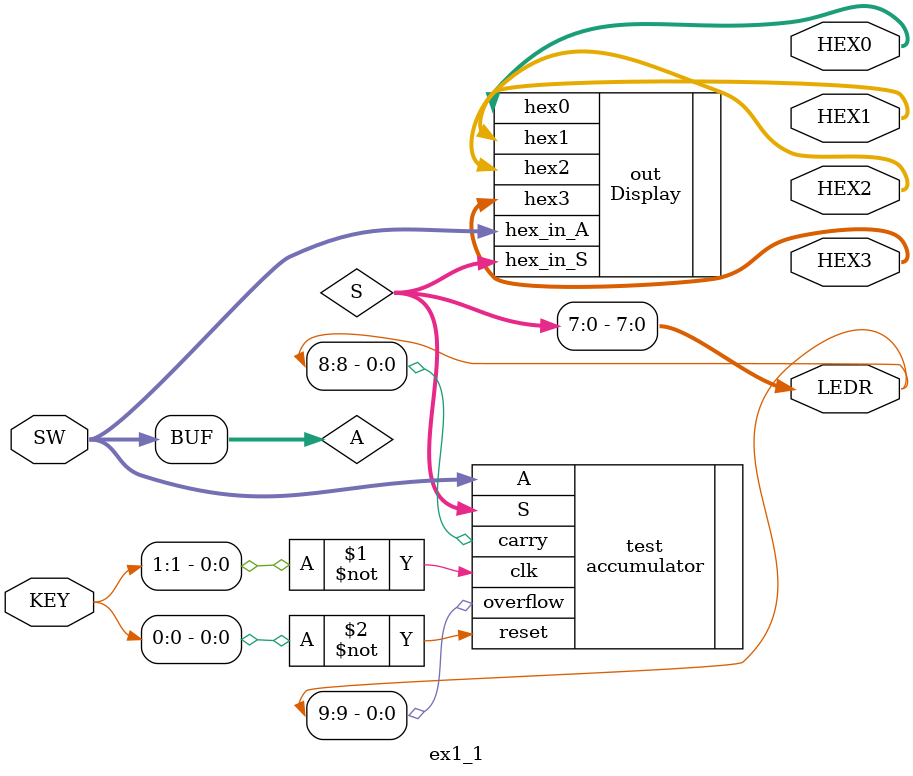
<source format=sv>

	module ex1_1(
			input  logic [7:0] SW,
			input  logic [1:0] KEY,
			output logic [9:0] LEDR,
			output logic [6:0] HEX0, HEX1, HEX2, HEX3
	);
	wire logic [7:0] A, S;
	assign A = SW[7:0];
	assign LEDR[7:0] = S;

	accumulator  test(.A(A), .S(S),  .carry(LEDR[8]),  .overflow(LEDR[9]),
							.clk(~KEY[1]), .reset(~KEY[0]) );
							
	// Displaying result S and input A on 7 segments display
	Display		 out(.hex_in_A(A), .hex_in_S(S), .hex0(HEX0), .hex1(HEX1), .hex2(HEX2), .hex3(HEX3) );
	endmodule 
</source>
